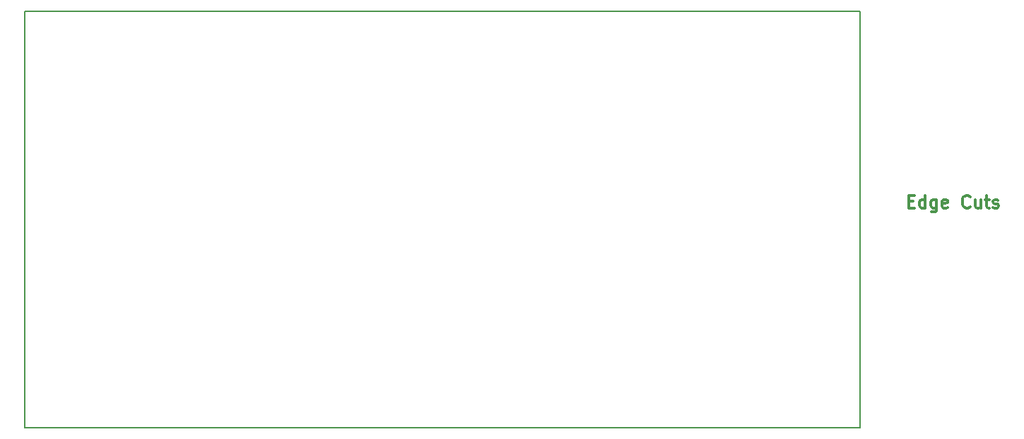
<source format=gbr>
G04 (created by PCBNEW (2013-07-07 BZR 4022)-stable) date 9/18/2013 13:06:53*
%MOIN*%
G04 Gerber Fmt 3.4, Leading zero omitted, Abs format*
%FSLAX34Y34*%
G01*
G70*
G90*
G04 APERTURE LIST*
%ADD10C,0.00590551*%
%ADD11C,0.011811*%
G04 APERTURE END LIST*
G54D10*
G54D11*
X46400Y-13709D02*
X46597Y-13709D01*
X46681Y-14018D02*
X46400Y-14018D01*
X46400Y-13428D01*
X46681Y-13428D01*
X47187Y-14018D02*
X47187Y-13428D01*
X47187Y-13990D02*
X47131Y-14018D01*
X47019Y-14018D01*
X46962Y-13990D01*
X46934Y-13962D01*
X46906Y-13906D01*
X46906Y-13737D01*
X46934Y-13681D01*
X46962Y-13652D01*
X47019Y-13624D01*
X47131Y-13624D01*
X47187Y-13652D01*
X47722Y-13624D02*
X47722Y-14102D01*
X47694Y-14159D01*
X47665Y-14187D01*
X47609Y-14215D01*
X47525Y-14215D01*
X47469Y-14187D01*
X47722Y-13990D02*
X47665Y-14018D01*
X47553Y-14018D01*
X47497Y-13990D01*
X47469Y-13962D01*
X47440Y-13906D01*
X47440Y-13737D01*
X47469Y-13681D01*
X47497Y-13652D01*
X47553Y-13624D01*
X47665Y-13624D01*
X47722Y-13652D01*
X48228Y-13990D02*
X48172Y-14018D01*
X48059Y-14018D01*
X48003Y-13990D01*
X47975Y-13934D01*
X47975Y-13709D01*
X48003Y-13652D01*
X48059Y-13624D01*
X48172Y-13624D01*
X48228Y-13652D01*
X48256Y-13709D01*
X48256Y-13765D01*
X47975Y-13821D01*
X49296Y-13962D02*
X49268Y-13990D01*
X49184Y-14018D01*
X49128Y-14018D01*
X49043Y-13990D01*
X48987Y-13934D01*
X48959Y-13877D01*
X48931Y-13765D01*
X48931Y-13681D01*
X48959Y-13568D01*
X48987Y-13512D01*
X49043Y-13456D01*
X49128Y-13428D01*
X49184Y-13428D01*
X49268Y-13456D01*
X49296Y-13484D01*
X49803Y-13624D02*
X49803Y-14018D01*
X49550Y-13624D02*
X49550Y-13934D01*
X49578Y-13990D01*
X49634Y-14018D01*
X49718Y-14018D01*
X49775Y-13990D01*
X49803Y-13962D01*
X50000Y-13624D02*
X50224Y-13624D01*
X50084Y-13428D02*
X50084Y-13934D01*
X50112Y-13990D01*
X50168Y-14018D01*
X50224Y-14018D01*
X50393Y-13990D02*
X50449Y-14018D01*
X50562Y-14018D01*
X50618Y-13990D01*
X50646Y-13934D01*
X50646Y-13906D01*
X50618Y-13849D01*
X50562Y-13821D01*
X50478Y-13821D01*
X50421Y-13793D01*
X50393Y-13737D01*
X50393Y-13709D01*
X50421Y-13652D01*
X50478Y-13624D01*
X50562Y-13624D01*
X50618Y-13652D01*
G54D10*
X4724Y-24409D02*
X4724Y-4724D01*
X44094Y-4724D02*
X44094Y-24409D01*
X44094Y-24409D02*
X4724Y-24409D01*
X4724Y-4724D02*
X44094Y-4724D01*
M02*

</source>
